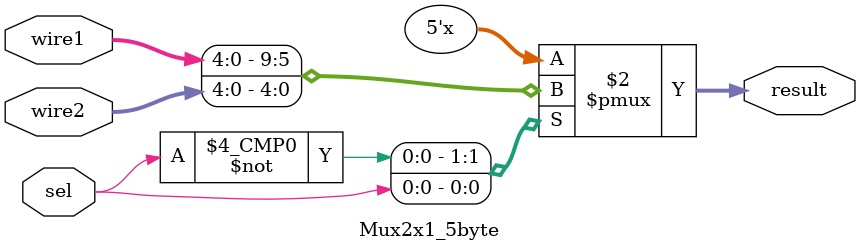
<source format=v>
module Mux2x1_5byte(
    output reg [4:0] result,
    input [4:0] wire1,
    input [4:0] wire2,
    input [0:0] sel
);
/*
    // gate level implementation
    wire [4:0] result1;
    wire [4:0] result2;
    wire [0:0] notSel;

    not not1(notSel, sel);

    and and28(result1[4], wire1[4], notSel);
    and and29(result1[3], wire1[3], notSel);
    and and30(result1[2], wire1[2], notSel);
    and and31(result1[1], wire1[1], notSel);
    and and32(result1[0], wire1[0], notSel);

    and and60(result2[4], wire2[4], sel);
    and and61(result2[3], wire2[3], sel);
    and and62(result2[2], wire2[2], sel);
    and and63(result2[1], wire2[1], sel);
    and and64(result2[0], wire2[0], sel);

    or or1(result[4], result1[4], result2[4]);
    or or2(result[3], result1[3], result2[3]);
    or or3(result[2], result1[2], result2[2]);
    or or4(result[1], result1[1], result2[1]);
    or or5(result[0], result1[0], result2[0]);
    */
    always @(*)
    begin
        case(sel)
            1'b0: result = wire1;     // Select result1[0] when sel is 000
            1'b1: result = wire2;      // Select result1[1] when sel is 001
            default: result = 5'b0;    // Default to 0 if sel is invalid   
        endcase
    end
    

endmodule

</source>
